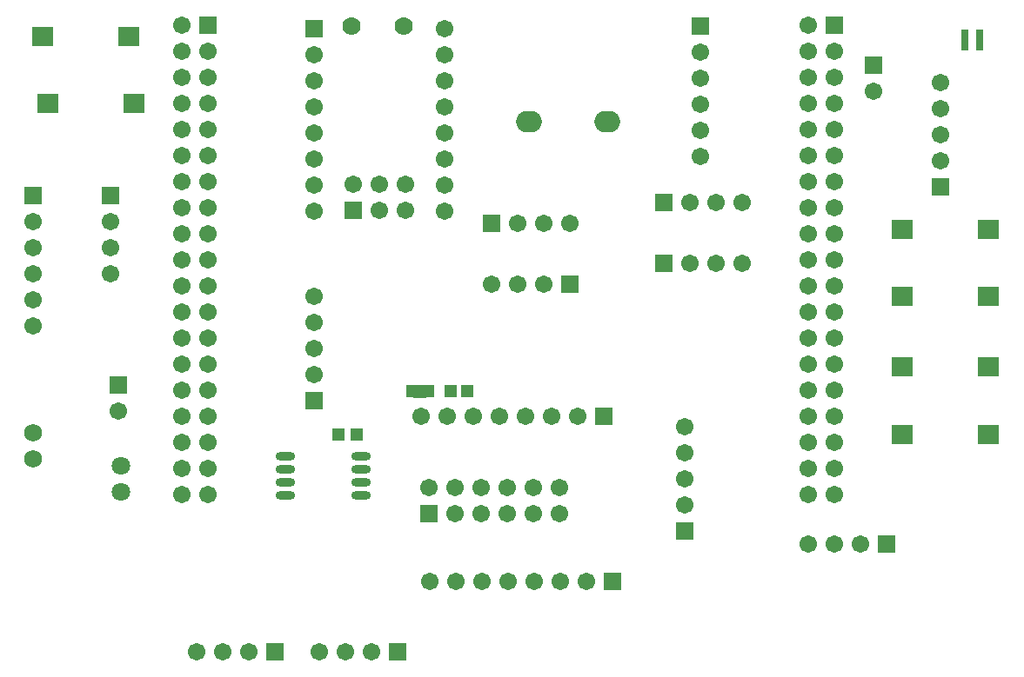
<source format=gts>
G04*
G04 #@! TF.GenerationSoftware,Altium Limited,Altium Designer,19.1.7 (138)*
G04*
G04 Layer_Color=8388736*
%FSLAX25Y25*%
%MOIN*%
G70*
G01*
G75*
%ADD21R,0.08280X0.07493*%
%ADD22R,0.04737X0.05131*%
%ADD23R,0.03162X0.02769*%
%ADD24R,0.04000X0.04800*%
%ADD25O,0.07486X0.03359*%
%ADD26C,0.06706*%
%ADD27R,0.06706X0.06706*%
%ADD28C,0.07099*%
%ADD29R,0.06706X0.06706*%
%ADD30C,0.07000*%
%ADD31O,0.09853X0.08280*%
%ADD32C,0.06800*%
G36*
X163250Y124600D02*
X162250D01*
X159850Y127000D01*
X162250Y129400D01*
X163250D01*
Y124600D01*
D02*
G37*
G36*
X159650Y127000D02*
X162050Y124600D01*
X158250D01*
Y127000D01*
Y129400D01*
X162050D01*
X159650Y127000D01*
D02*
G37*
D21*
X345430Y110500D02*
D03*
X378500D02*
D03*
X49035Y263000D02*
D03*
X15965D02*
D03*
X17966Y237500D02*
D03*
X51035D02*
D03*
X378500Y189000D02*
D03*
X345430D02*
D03*
X378500Y163500D02*
D03*
X345430D02*
D03*
X378570Y136500D02*
D03*
X345500D02*
D03*
D22*
X172500Y127000D02*
D03*
X178798D02*
D03*
X129413Y110500D02*
D03*
X136500D02*
D03*
D23*
X375000Y264512D02*
D03*
Y261756D02*
D03*
X375000Y259000D02*
D03*
X369488D02*
D03*
Y261756D02*
D03*
Y264512D02*
D03*
D24*
X164250Y127000D02*
D03*
X157500D02*
D03*
D25*
X108933Y102000D02*
D03*
Y97000D02*
D03*
Y92000D02*
D03*
Y87000D02*
D03*
X138067Y102000D02*
D03*
Y97000D02*
D03*
Y92000D02*
D03*
Y87000D02*
D03*
D26*
X360000Y245500D02*
D03*
Y235500D02*
D03*
Y225500D02*
D03*
Y215500D02*
D03*
X334500Y242000D02*
D03*
X164500Y54000D02*
D03*
X174500D02*
D03*
X184500D02*
D03*
X194500D02*
D03*
X204500D02*
D03*
X214500D02*
D03*
X224500D02*
D03*
X12500Y152000D02*
D03*
Y162000D02*
D03*
Y172000D02*
D03*
Y182000D02*
D03*
Y192000D02*
D03*
X329500Y68500D02*
D03*
X319500D02*
D03*
X309500D02*
D03*
X221000Y117500D02*
D03*
X211000D02*
D03*
X201000D02*
D03*
X191000D02*
D03*
X181000D02*
D03*
X171000D02*
D03*
X161000D02*
D03*
X164000Y90000D02*
D03*
X174000Y80000D02*
D03*
Y90000D02*
D03*
X184000Y80000D02*
D03*
Y90000D02*
D03*
X194000Y80000D02*
D03*
Y90000D02*
D03*
X204000Y80000D02*
D03*
Y90000D02*
D03*
X214000Y80000D02*
D03*
Y90000D02*
D03*
X208000Y168000D02*
D03*
X198000D02*
D03*
X188000D02*
D03*
X198000Y191500D02*
D03*
X208000D02*
D03*
X218000D02*
D03*
X284000Y199500D02*
D03*
X274000D02*
D03*
X264000D02*
D03*
X284000Y176000D02*
D03*
X274000D02*
D03*
X264000D02*
D03*
X268000Y217000D02*
D03*
Y227000D02*
D03*
Y237000D02*
D03*
Y247000D02*
D03*
Y257000D02*
D03*
X135000Y206500D02*
D03*
X145000Y196500D02*
D03*
Y206500D02*
D03*
X155000Y196500D02*
D03*
Y206500D02*
D03*
X120000Y256000D02*
D03*
Y246000D02*
D03*
Y236000D02*
D03*
Y226000D02*
D03*
Y216000D02*
D03*
Y206000D02*
D03*
Y196000D02*
D03*
X170000D02*
D03*
Y206000D02*
D03*
Y216000D02*
D03*
Y226000D02*
D03*
Y236000D02*
D03*
Y246000D02*
D03*
Y256000D02*
D03*
Y266000D02*
D03*
X309500Y267500D02*
D03*
X319500Y257500D02*
D03*
X309500D02*
D03*
X319500Y247500D02*
D03*
X309500D02*
D03*
X319500Y237500D02*
D03*
X309500D02*
D03*
X319500Y227500D02*
D03*
X309500D02*
D03*
X319500Y217500D02*
D03*
X309500D02*
D03*
X319500Y207500D02*
D03*
X309500D02*
D03*
X319500Y197500D02*
D03*
X309500D02*
D03*
X319500Y187500D02*
D03*
X309500D02*
D03*
X319500Y177500D02*
D03*
X309500D02*
D03*
X319500Y167500D02*
D03*
X309500D02*
D03*
X319500Y157500D02*
D03*
X309500D02*
D03*
X319500Y147500D02*
D03*
X309500D02*
D03*
X319500Y137500D02*
D03*
X309500D02*
D03*
X319500Y127500D02*
D03*
X309500D02*
D03*
X319500Y117500D02*
D03*
X309500D02*
D03*
X319500Y107500D02*
D03*
X309500D02*
D03*
X319500Y97500D02*
D03*
X309500D02*
D03*
X319500Y87500D02*
D03*
X309500D02*
D03*
X69500Y267500D02*
D03*
X79500Y257500D02*
D03*
X69500D02*
D03*
X79500Y247500D02*
D03*
X69500D02*
D03*
X79500Y237500D02*
D03*
X69500D02*
D03*
X79500Y227500D02*
D03*
X69500D02*
D03*
X79500Y217500D02*
D03*
X69500D02*
D03*
X79500Y207500D02*
D03*
X69500D02*
D03*
X79500Y197500D02*
D03*
X69500D02*
D03*
X79500Y187500D02*
D03*
X69500D02*
D03*
X79500Y177500D02*
D03*
X69500D02*
D03*
X79500Y167500D02*
D03*
X69500D02*
D03*
X79500Y157500D02*
D03*
X69500D02*
D03*
X79500Y147500D02*
D03*
X69500D02*
D03*
X79500Y137500D02*
D03*
X69500D02*
D03*
X79500Y127500D02*
D03*
X69500D02*
D03*
X79500Y117500D02*
D03*
X69500D02*
D03*
X79500Y107500D02*
D03*
X69500D02*
D03*
X79500Y97500D02*
D03*
X69500D02*
D03*
X79500Y87500D02*
D03*
X69500D02*
D03*
X120000Y133500D02*
D03*
Y143500D02*
D03*
Y153500D02*
D03*
Y163500D02*
D03*
X262000Y83500D02*
D03*
Y93500D02*
D03*
Y103500D02*
D03*
Y113500D02*
D03*
X122000Y27000D02*
D03*
X132000D02*
D03*
X142000D02*
D03*
X75000D02*
D03*
X85000D02*
D03*
X95000D02*
D03*
X45000Y119500D02*
D03*
X42000Y172000D02*
D03*
Y182000D02*
D03*
Y192000D02*
D03*
D27*
X360000Y205500D02*
D03*
X334500Y252000D02*
D03*
X12500Y202000D02*
D03*
X268000Y267000D02*
D03*
X319500Y267500D02*
D03*
X79500D02*
D03*
X120000Y123500D02*
D03*
X262000Y73500D02*
D03*
X45000Y129500D02*
D03*
X42000Y202000D02*
D03*
D28*
X46000Y88500D02*
D03*
Y98500D02*
D03*
D29*
X234500Y54000D02*
D03*
X339500Y68500D02*
D03*
X231000Y117500D02*
D03*
X164000Y80000D02*
D03*
X218000Y168000D02*
D03*
X188000Y191500D02*
D03*
X254000Y199500D02*
D03*
Y176000D02*
D03*
X135000Y196500D02*
D03*
X120000Y266000D02*
D03*
X152000Y27000D02*
D03*
X105000D02*
D03*
D30*
X154500Y267000D02*
D03*
X134500D02*
D03*
D31*
X232500Y230500D02*
D03*
X202500D02*
D03*
D32*
X12500Y101000D02*
D03*
Y111000D02*
D03*
M02*

</source>
